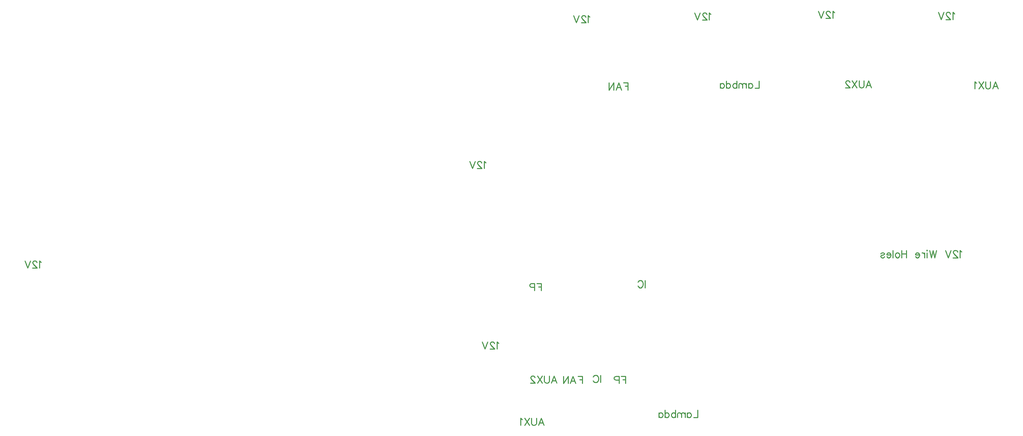
<source format=gbr>
%TF.GenerationSoftware,Novarm,DipTrace,3.3.1.1*%
%TF.CreationDate,2019-12-29T15:56:02+07:00*%
%FSLAX35Y35*%
%MOMM*%
%TF.FileFunction,Legend,Bot*%
%TF.Part,Single*%
%ADD164C,0.27451*%
G75*
G01*
%LPD*%
X20846739Y12731647D2*
D164*
X20829640Y12740295D1*
X20804090Y12765648D1*
Y12587191D1*
X20740540Y12723196D2*
Y12731647D1*
X20732089Y12748746D1*
X20723638Y12757197D1*
X20706539Y12765648D1*
X20672538D1*
X20655635Y12757197D1*
X20647184Y12748746D1*
X20638537Y12731647D1*
Y12714745D1*
X20647184Y12697646D1*
X20664087Y12672293D1*
X20749188Y12587191D1*
X20630085D1*
X20575183Y12765845D2*
X20507181Y12587191D1*
X20439179Y12765845D1*
X14705595Y12615904D2*
X14688496Y12624552D1*
X14662946Y12649905D1*
Y12471448D1*
X14599397Y12607453D2*
Y12615904D1*
X14590946Y12633003D1*
X14582494Y12641454D1*
X14565396Y12649905D1*
X14531394D1*
X14514492Y12641454D1*
X14506041Y12633003D1*
X14497393Y12615904D1*
Y12599002D1*
X14506041Y12581903D1*
X14522943Y12556549D1*
X14608044Y12471448D1*
X14488942D1*
X14434040Y12650102D2*
X14366038Y12471448D1*
X14298035Y12650102D1*
X17743795Y12686374D2*
X17726696Y12695022D1*
X17701146Y12720375D1*
Y12541918D1*
X17637597Y12677923D2*
Y12686374D1*
X17629146Y12703473D1*
X17620694Y12711924D1*
X17603596Y12720375D1*
X17569594D1*
X17552692Y12711924D1*
X17544241Y12703473D1*
X17535593Y12686374D1*
Y12669472D1*
X17544241Y12652373D1*
X17561143Y12627019D1*
X17646244Y12541918D1*
X17527142D1*
X17472240Y12720572D2*
X17404238Y12541918D1*
X17336235Y12720572D1*
X23862815Y12699421D2*
X23845716Y12708068D1*
X23820166Y12733422D1*
Y12554965D1*
X23756617Y12690969D2*
Y12699421D1*
X23748166Y12716519D1*
X23739714Y12724971D1*
X23722616Y12733422D1*
X23688614D1*
X23671712Y12724971D1*
X23663261Y12716519D1*
X23654613Y12699421D1*
Y12682518D1*
X23663261Y12665419D1*
X23680163Y12640066D1*
X23765264Y12554965D1*
X23646162D1*
X23591260Y12733618D2*
X23523258Y12554965D1*
X23455255Y12733618D1*
X12092335Y8963984D2*
X12075236Y8972632D1*
X12049686Y8997985D1*
Y8819528D1*
X11986137Y8955533D2*
Y8963984D1*
X11977686Y8981083D1*
X11969234Y8989534D1*
X11952136Y8997985D1*
X11918134D1*
X11901232Y8989534D1*
X11892781Y8981083D1*
X11884133Y8963984D1*
Y8947082D1*
X11892781Y8929983D1*
X11909683Y8904629D1*
X11994784Y8819528D1*
X11875682D1*
X11820780Y8998182D2*
X11752778Y8819528D1*
X11684775Y8998182D1*
X12412372Y4431691D2*
X12395273Y4440338D1*
X12369723Y4465692D1*
Y4287235D1*
X12306173Y4423239D2*
Y4431691D1*
X12297722Y4448789D1*
X12289271Y4457241D1*
X12272172Y4465692D1*
X12238171D1*
X12221269Y4457241D1*
X12212818Y4448789D1*
X12204170Y4431691D1*
Y4414788D1*
X12212818Y4397689D1*
X12229720Y4372336D1*
X12314821Y4287235D1*
X12195719D1*
X12140817Y4465888D2*
X12072814Y4287235D1*
X12004812Y4465888D1*
X926869Y6461821D2*
X909770Y6470468D1*
X884220Y6495822D1*
Y6317365D1*
X820670Y6453369D2*
Y6461821D1*
X812219Y6478919D1*
X803768Y6487371D1*
X786669Y6495822D1*
X752668D1*
X735765Y6487371D1*
X727314Y6478919D1*
X718667Y6461821D1*
Y6444918D1*
X727314Y6427819D1*
X744217Y6402466D1*
X829318Y6317365D1*
X710215D1*
X655313Y6496018D2*
X587311Y6317365D1*
X519309Y6496018D1*
X24041282Y6722417D2*
X24024183Y6731065D1*
X23998633Y6756418D1*
Y6577961D1*
X23935084Y6713966D2*
Y6722417D1*
X23926633Y6739516D1*
X23918181Y6747967D1*
X23901083Y6756418D1*
X23867081D1*
X23850179Y6747967D1*
X23841728Y6739516D1*
X23833080Y6722417D1*
Y6705515D1*
X23841728Y6688416D1*
X23858630Y6663063D1*
X23943731Y6577961D1*
X23824629D1*
X23769727Y6756615D2*
X23701725Y6577961D1*
X23633723Y6756615D1*
X23405996D2*
X23363347Y6577961D1*
X23320894Y6756615D1*
X23278442Y6577961D1*
X23235793Y6756615D1*
X23180891D2*
X23172440Y6748164D1*
X23163792Y6756615D1*
X23172440Y6765263D1*
X23180891Y6756615D1*
X23172440Y6697064D2*
Y6577961D1*
X23108890Y6697064D2*
Y6577961D1*
Y6645964D2*
X23100243Y6671514D1*
X23083340Y6688613D1*
X23066242Y6697064D1*
X23040692D1*
X22985790Y6645964D2*
X22883786D1*
Y6663063D1*
X22892237Y6680161D1*
X22900689Y6688613D1*
X22917787Y6697064D1*
X22943337D1*
X22960240Y6688613D1*
X22977339Y6671514D1*
X22985790Y6645964D1*
Y6629061D1*
X22977339Y6603511D1*
X22960240Y6586609D1*
X22943337Y6577961D1*
X22917787D1*
X22900689Y6586609D1*
X22883786Y6603511D1*
X22656059Y6756615D2*
Y6577961D1*
X22536957Y6756615D2*
Y6577961D1*
X22656059Y6671514D2*
X22536957D1*
X22439603Y6697064D2*
X22456505Y6688613D1*
X22473604Y6671514D1*
X22482055Y6645964D1*
Y6629061D1*
X22473604Y6603511D1*
X22456505Y6586609D1*
X22439603Y6577961D1*
X22414053D1*
X22396954Y6586609D1*
X22380052Y6603511D1*
X22371404Y6629061D1*
Y6645964D1*
X22380052Y6671514D1*
X22396954Y6688613D1*
X22414053Y6697064D1*
X22439603D1*
X22316502Y6756615D2*
Y6577961D1*
X22261600Y6645964D2*
X22159596D1*
Y6663063D1*
X22168048Y6680161D1*
X22176499Y6688613D1*
X22193598Y6697064D1*
X22219148D1*
X22236050Y6688613D1*
X22253149Y6671514D1*
X22261600Y6645964D1*
Y6629061D1*
X22253149Y6603511D1*
X22236050Y6586609D1*
X22219148Y6577961D1*
X22193598D1*
X22176499Y6586609D1*
X22159596Y6603511D1*
X22011142Y6671514D2*
X22019593Y6688613D1*
X22045143Y6697064D1*
X22070693D1*
X22096243Y6688613D1*
X22104694Y6671514D1*
X22096243Y6654611D1*
X22079144Y6645964D1*
X22036692Y6637513D1*
X22019593Y6629061D1*
X22011142Y6611963D1*
Y6603511D1*
X22019593Y6586609D1*
X22045143Y6577961D1*
X22070693D1*
X22096243Y6586609D1*
X22104694Y6603511D1*
X13371853Y5932822D2*
X13482504D1*
Y5754168D1*
Y5847720D2*
X13414502D1*
X13316951Y5839269D2*
X13240301D1*
X13214948Y5847720D1*
X13206300Y5856368D1*
X13197849Y5873270D1*
Y5898820D1*
X13206300Y5915723D1*
X13214948Y5924370D1*
X13240301Y5932822D1*
X13316951D1*
Y5754168D1*
X16093811Y6003082D2*
Y5824428D1*
X15911355Y5960629D2*
X15919807Y5977532D1*
X15936905Y5994630D1*
X15953808Y6003082D1*
X15987809D1*
X16004908Y5994630D1*
X16021810Y5977532D1*
X16030458Y5960629D1*
X16038909Y5935079D1*
Y5892430D1*
X16030458Y5867077D1*
X16021810Y5849978D1*
X16004908Y5833076D1*
X15987809Y5824428D1*
X15953808D1*
X15936905Y5833076D1*
X15919807Y5849978D1*
X15911355Y5867077D1*
X21639785Y10841658D2*
X21707984Y11020312D1*
X21775986Y10841658D1*
X21750436Y10901209D2*
X21665335D1*
X21584883Y11020312D2*
Y10892758D1*
X21576432Y10867208D1*
X21559333Y10850306D1*
X21533783Y10841658D1*
X21516881D1*
X21491331Y10850306D1*
X21474232Y10867208D1*
X21465781Y10892758D1*
Y11020312D1*
X21410879D2*
X21291776Y10841658D1*
Y11020312D2*
X21410879Y10841658D1*
X21228227Y10977663D2*
Y10986114D1*
X21219776Y11003213D1*
X21211324Y11011664D1*
X21194226Y11020115D1*
X21160224D1*
X21143322Y11011664D1*
X21134871Y11003213D1*
X21126223Y10986114D1*
Y10969212D1*
X21134871Y10952113D1*
X21151773Y10926759D1*
X21236874Y10841658D1*
X21117772D1*
X15550776Y10964588D2*
X15661427D1*
Y10785935D1*
Y10879487D2*
X15593425D1*
X15359673Y10785935D2*
X15427872Y10964588D1*
X15495874Y10785935D1*
X15470324Y10845486D2*
X15385223D1*
X15185669Y10964588D2*
Y10785935D1*
X15304771Y10964588D1*
Y10785935D1*
X18948674Y11008465D2*
Y10829811D1*
X18846670D1*
X18689765Y10948914D2*
Y10829811D1*
Y10923364D2*
X18706667Y10940463D1*
X18723766Y10948914D1*
X18749119D1*
X18766218Y10940463D1*
X18783121Y10923364D1*
X18791768Y10897814D1*
Y10880911D1*
X18783121Y10855361D1*
X18766218Y10838459D1*
X18749119Y10829811D1*
X18723766D1*
X18706667Y10838459D1*
X18689765Y10855361D1*
X18634863Y10948914D2*
Y10829811D1*
Y10914913D2*
X18609313Y10940463D1*
X18592214Y10948914D1*
X18566861D1*
X18549762Y10940463D1*
X18541311Y10914913D1*
Y10829811D1*
Y10914913D2*
X18515761Y10940463D1*
X18498662Y10948914D1*
X18473308D1*
X18456209Y10940463D1*
X18447562Y10914913D1*
Y10829811D1*
X18392660Y11008465D2*
Y10829811D1*
Y10923364D2*
X18375561Y10940463D1*
X18358659Y10948914D1*
X18333109D1*
X18316206Y10940463D1*
X18299107Y10923364D1*
X18290656Y10897814D1*
Y10880911D1*
X18299107Y10855361D1*
X18316206Y10838459D1*
X18333109Y10829811D1*
X18358659D1*
X18375561Y10838459D1*
X18392660Y10855361D1*
X18133751Y11008465D2*
Y10829811D1*
Y10923364D2*
X18150653Y10940463D1*
X18167752Y10948914D1*
X18193302D1*
X18210204Y10940463D1*
X18227303Y10923364D1*
X18235754Y10897814D1*
Y10880911D1*
X18227303Y10855361D1*
X18210204Y10838459D1*
X18193302Y10829811D1*
X18167752D1*
X18150653Y10838459D1*
X18133751Y10855361D1*
X17976845Y10948914D2*
Y10829811D1*
Y10923364D2*
X17993748Y10940463D1*
X18010847Y10948914D1*
X18036200D1*
X18053299Y10940463D1*
X18070201Y10923364D1*
X18078849Y10897814D1*
Y10880911D1*
X18070201Y10855361D1*
X18053299Y10838459D1*
X18036200Y10829811D1*
X18010847D1*
X17993748Y10838459D1*
X17976845Y10855361D1*
X24818642Y10814848D2*
X24886840Y10993502D1*
X24954843Y10814848D1*
X24929293Y10874399D2*
X24844192D1*
X24763740Y10993502D2*
Y10865948D1*
X24755288Y10840398D1*
X24738190Y10823496D1*
X24712640Y10814848D1*
X24695737D1*
X24670187Y10823496D1*
X24653088Y10840398D1*
X24644637Y10865948D1*
Y10993502D1*
X24589735D2*
X24470633Y10814848D1*
Y10993502D2*
X24589735Y10814848D1*
X24415731Y10959304D2*
X24398632Y10967952D1*
X24373082Y10993305D1*
Y10814848D1*
X14973304Y3630668D2*
Y3452015D1*
X14790849Y3588216D2*
X14799300Y3605118D1*
X14816399Y3622217D1*
X14833301Y3630668D1*
X14867302D1*
X14884401Y3622217D1*
X14901303Y3605118D1*
X14909951Y3588216D1*
X14918402Y3562666D1*
Y3520017D1*
X14909951Y3494664D1*
X14901303Y3477565D1*
X14884401Y3460662D1*
X14867302Y3452015D1*
X14833301D1*
X14816399Y3460662D1*
X14799300Y3477565D1*
X14790849Y3494664D1*
X15489920Y3606002D2*
X15600571D1*
Y3427348D1*
Y3520900D2*
X15532569D1*
X15435018Y3512449D2*
X15358368D1*
X15333014Y3520900D1*
X15324367Y3529548D1*
X15315915Y3546450D1*
Y3572000D1*
X15324367Y3588903D1*
X15333014Y3597550D1*
X15358368Y3606002D1*
X15435018D1*
Y3427348D1*
X13737338Y3432391D2*
X13805537Y3611045D1*
X13873539Y3432391D1*
X13847989Y3491943D2*
X13762888D1*
X13682436Y3611045D2*
Y3483491D1*
X13673985Y3457941D1*
X13656886Y3441039D1*
X13631336Y3432391D1*
X13614434D1*
X13588884Y3441039D1*
X13571785Y3457941D1*
X13563334Y3483491D1*
Y3611045D1*
X13508432D2*
X13389330Y3432391D1*
Y3611045D2*
X13508432Y3432391D1*
X13325780Y3568396D2*
Y3576847D1*
X13317329Y3593946D1*
X13308878Y3602397D1*
X13291779Y3610848D1*
X13257778D1*
X13240875Y3602397D1*
X13232424Y3593946D1*
X13223777Y3576847D1*
Y3559945D1*
X13232424Y3542846D1*
X13249327Y3517493D1*
X13334428Y3432391D1*
X13215325D1*
X14402850Y3603992D2*
X14513501D1*
Y3425338D1*
Y3518890D2*
X14445498D1*
X14211746Y3425338D2*
X14279945Y3603992D1*
X14347948Y3425338D1*
X14322398Y3484889D2*
X14237296D1*
X14037742Y3603992D2*
Y3425338D1*
X14156844Y3603992D1*
Y3425338D1*
X17408517Y2751338D2*
Y2572685D1*
X17306514D1*
X17149608Y2691787D2*
Y2572685D1*
Y2666237D2*
X17166511Y2683336D1*
X17183609Y2691787D1*
X17208963D1*
X17226062Y2683336D1*
X17242964Y2666237D1*
X17251612Y2640687D1*
Y2623785D1*
X17242964Y2598235D1*
X17226062Y2581332D1*
X17208963Y2572685D1*
X17183609D1*
X17166511Y2581332D1*
X17149608Y2598235D1*
X17094706Y2691787D2*
Y2572685D1*
Y2657786D2*
X17069156Y2683336D1*
X17052057Y2691787D1*
X17026704D1*
X17009605Y2683336D1*
X17001154Y2657786D1*
Y2572685D1*
Y2657786D2*
X16975604Y2683336D1*
X16958505Y2691787D1*
X16933152D1*
X16916053Y2683336D1*
X16907405Y2657786D1*
Y2572685D1*
X16852503Y2751338D2*
Y2572685D1*
Y2666237D2*
X16835404Y2683336D1*
X16818502Y2691787D1*
X16792952D1*
X16776050Y2683336D1*
X16758951Y2666237D1*
X16750500Y2640687D1*
Y2623785D1*
X16758951Y2598235D1*
X16776050Y2581332D1*
X16792952Y2572685D1*
X16818502D1*
X16835404Y2581332D1*
X16852503Y2598235D1*
X16593594Y2751338D2*
Y2572685D1*
Y2666237D2*
X16610497Y2683336D1*
X16627595Y2691787D1*
X16653145D1*
X16670048Y2683336D1*
X16687147Y2666237D1*
X16695598Y2640687D1*
Y2623785D1*
X16687147Y2598235D1*
X16670048Y2581332D1*
X16653145Y2572685D1*
X16627595D1*
X16610497Y2581332D1*
X16593594Y2598235D1*
X16436689Y2691787D2*
Y2572685D1*
Y2666237D2*
X16453591Y2683336D1*
X16470690Y2691787D1*
X16496043D1*
X16513142Y2683336D1*
X16530045Y2666237D1*
X16538692Y2640687D1*
Y2623785D1*
X16530045Y2598235D1*
X16513142Y2581332D1*
X16496043Y2572685D1*
X16470690D1*
X16453591Y2581332D1*
X16436689Y2598235D1*
X13415122Y2377588D2*
X13483320Y2556242D1*
X13551323Y2377588D1*
X13525773Y2437139D2*
X13440672D1*
X13360220Y2556242D2*
Y2428688D1*
X13351768Y2403138D1*
X13334670Y2386236D1*
X13309120Y2377588D1*
X13292217D1*
X13266667Y2386236D1*
X13249568Y2403138D1*
X13241117Y2428688D1*
Y2556242D1*
X13186215D2*
X13067113Y2377588D1*
Y2556242D2*
X13186215Y2377588D1*
X13012211Y2522044D2*
X12995112Y2530692D1*
X12969562Y2556045D1*
Y2377588D1*
M02*

</source>
